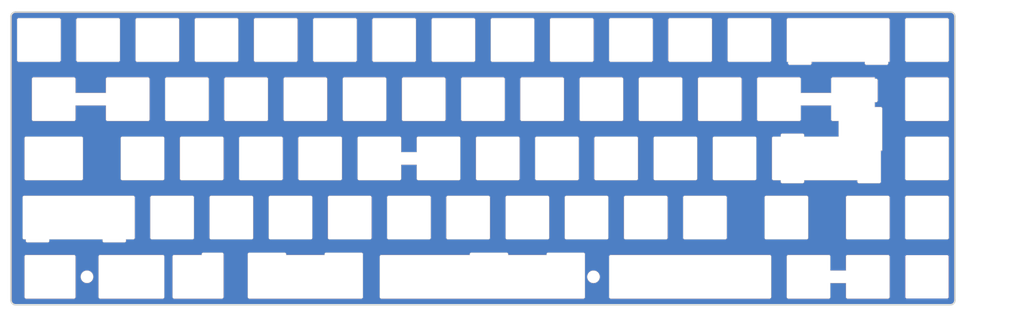
<source format=kicad_pcb>
(kicad_pcb (version 20171130) (host pcbnew "(5.1.2)-2")
  (layers (0 F.Cu signal) (31 B.Cu signal) (34 B.Paste user) (35 F.Paste user) (36 B.SilkS user) (37 F.SilkS user) (38 B.Mask user hide) (39 F.Mask user) (44 Edge.Cuts user))
  (net 0 "")
  (module PCB:sanpjxlogo (layer F.Cu) (at -96.977781 -25.868224)
    (fp_text reference LOGO1 hide)
    (fp_text value Logo_Open_Hardware_Large hide)
  )
  (gr_line (start 161.481218 18.731776) (end 161.481218 5.731776) (layer Edge.Cuts) (width 0.000001))
  (gr_arc (start 174.981218 18.731776) (end 174.981218 19.231775) (angle -90) (layer Edge.Cuts) (width 0.000001))
  (gr_arc (start 161.981218 18.731776) (end 161.481218 18.731776) (angle -90) (layer Edge.Cuts) (width 0.000001))
  (gr_line (start 174.981218 19.231775) (end 161.981218 19.231775) (layer Edge.Cuts) (width 0.000001))
  (gr_line (start 161.981218 5.231776) (end 174.981218 5.231776) (layer Edge.Cuts) (width 0.000001))
  (gr_line (start 175.481218 5.731776) (end 175.481218 18.731776) (layer Edge.Cuts) (width 0.000001))
  (gr_arc (start 161.981218 5.731776) (end 161.981218 5.231776) (angle -90) (layer Edge.Cuts) (width 0.000001))
  (gr_arc (start 174.981218 5.731776) (end 175.481218 5.731776) (angle -90) (layer Edge.Cuts) (width 0.000001))
  (gr_arc (start 161.981218 -13.318224) (end 161.981218 -13.818224) (angle -90) (layer Edge.Cuts) (width 0.1))
  (gr_arc (start 174.981218 -13.318224) (end 175.481218 -13.318224) (angle -90) (layer Edge.Cuts) (width 0.1))
  (gr_arc (start 161.981218 -0.318224) (end 161.481218 -0.318224) (angle -90) (layer Edge.Cuts) (width 0.1))
  (gr_line (start 161.981218 -13.818224) (end 174.981218 -13.818224) (layer Edge.Cuts) (width 0.1))
  (gr_arc (start 174.981218 -0.318224) (end 174.981218 0.181775) (angle -90) (layer Edge.Cuts) (width 0.1))
  (gr_line (start 175.481218 -13.318224) (end 175.481218 -0.318224) (layer Edge.Cuts) (width 0.1))
  (gr_line (start 161.481218 -0.318224) (end 161.481218 -13.318224) (layer Edge.Cuts) (width 0.1))
  (gr_line (start 174.981218 0.181775) (end 161.981218 0.181775) (layer Edge.Cuts) (width 0.1))
  (gr_arc (start -124.768781 19.731775) (end -126.268781 19.731775) (angle -90) (layer Edge.Cuts) (width 0.5))
  (gr_line (start 175.981218 21.231775) (end -124.768781 21.231775) (layer Edge.Cuts) (width 0.5))
  (gr_arc (start 175.981218 19.731775) (end 175.981218 21.231775) (angle -90) (layer Edge.Cuts) (width 0.5))
  (gr_line (start 177.481218 -71.468224) (end 177.481218 19.731775) (layer Edge.Cuts) (width 0.5))
  (gr_arc (start 175.981218 -71.468224) (end 177.481218 -71.468224) (angle -90) (layer Edge.Cuts) (width 0.5))
  (gr_line (start -124.768781 -72.968224) (end 175.981218 -72.968224) (layer Edge.Cuts) (width 0.5))
  (gr_arc (start -124.768781 -71.468224) (end -124.768781 -72.968224) (angle -90) (layer Edge.Cuts) (width 0.5))
  (gr_line (start -126.268781 19.731775) (end -126.268781 -71.468224) (layer Edge.Cuts) (width 0.5))
  (gr_circle (center 61.178218 12.231775) (end 63.178218 12.231775) (layer Edge.Cuts) (width 0.1))
  (gr_line (start -72.668781 -56.968224) (end -85.668781 -56.968224) (layer Edge.Cuts) (width 0.1))
  (gr_arc (start -72.668781 -57.468224) (end -72.668781 -56.968224) (angle -90) (layer Edge.Cuts) (width 0.1))
  (gr_line (start -72.168781 -70.468224) (end -72.168781 -57.468224) (layer Edge.Cuts) (width 0.1))
  (gr_arc (start -72.668781 -70.468224) (end -72.168781 -70.468224) (angle -90) (layer Edge.Cuts) (width 0.1))
  (gr_line (start -85.668781 -70.968224) (end -72.668781 -70.968224) (layer Edge.Cuts) (width 0.1))
  (gr_arc (start -85.668781 -70.468224) (end -85.668781 -70.968224) (angle -90) (layer Edge.Cuts) (width 0.1))
  (gr_line (start -86.168781 -57.468224) (end -86.168781 -70.468224) (layer Edge.Cuts) (width 0.1))
  (gr_arc (start -85.668781 -57.468224) (end -86.168781 -57.468224) (angle -90) (layer Edge.Cuts) (width 0.1))
  (gr_arc (start -47.568781 -57.468224) (end -48.068781 -57.468224) (angle -90) (layer Edge.Cuts) (width 0.1))
  (gr_line (start -48.068781 -70.468224) (end -48.068781 -57.468224) (layer Edge.Cuts) (width 0.1))
  (gr_arc (start -47.568781 -70.468224) (end -47.568781 -70.968224) (angle -90) (layer Edge.Cuts) (width 0.1))
  (gr_line (start -34.568781 -70.968224) (end -47.568781 -70.968224) (layer Edge.Cuts) (width 0.1))
  (gr_arc (start -34.568781 -70.468224) (end -34.068781 -70.468224) (angle -90) (layer Edge.Cuts) (width 0.1))
  (gr_line (start -34.068781 -57.468224) (end -34.068781 -70.468224) (layer Edge.Cuts) (width 0.1))
  (gr_arc (start -34.568781 -57.468224) (end -34.568781 -56.968224) (angle -90) (layer Edge.Cuts) (width 0.1))
  (gr_line (start -47.568781 -56.968224) (end -34.568781 -56.968224) (layer Edge.Cuts) (width 0.1))
  (gr_line (start 41.631218 -56.968224) (end 28.631218 -56.968224) (layer Edge.Cuts) (width 0.1))
  (gr_arc (start 41.631218 -57.468224) (end 41.631218 -56.968224) (angle -90) (layer Edge.Cuts) (width 0.1))
  (gr_line (start 42.131218 -70.468224) (end 42.131218 -57.468224) (layer Edge.Cuts) (width 0.1))
  (gr_arc (start 41.631218 -70.468224) (end 42.131218 -70.468224) (angle -90) (layer Edge.Cuts) (width 0.1))
  (gr_line (start 28.631218 -70.968224) (end 41.631218 -70.968224) (layer Edge.Cuts) (width 0.1))
  (gr_arc (start 28.631218 -70.468224) (end 28.631218 -70.968224) (angle -90) (layer Edge.Cuts) (width 0.1))
  (gr_line (start 28.131218 -57.468224) (end 28.131218 -70.468224) (layer Edge.Cuts) (width 0.1))
  (gr_arc (start 28.631218 -57.468224) (end 28.131218 -57.468224) (angle -90) (layer Edge.Cuts) (width 0.1))
  (gr_arc (start -66.618781 -70.468224) (end -66.618781 -70.968224) (angle -90) (layer Edge.Cuts) (width 0.1))
  (gr_line (start -53.618781 -70.968224) (end -66.618781 -70.968224) (layer Edge.Cuts) (width 0.1))
  (gr_arc (start -53.618781 -70.468224) (end -53.118781 -70.468224) (angle -90) (layer Edge.Cuts) (width 0.1))
  (gr_line (start -53.118781 -57.468224) (end -53.118781 -70.468224) (layer Edge.Cuts) (width 0.1))
  (gr_arc (start -53.618781 -57.468224) (end -53.618781 -56.968224) (angle -90) (layer Edge.Cuts) (width 0.1))
  (gr_line (start -66.618781 -56.968224) (end -53.618781 -56.968224) (layer Edge.Cuts) (width 0.1))
  (gr_arc (start -66.618781 -57.468224) (end -67.118781 -57.468224) (angle -90) (layer Edge.Cuts) (width 0.1))
  (gr_line (start -67.118781 -70.468224) (end -67.118781 -57.468224) (layer Edge.Cuts) (width 0.1))
  (gr_line (start -44.093781 -37.918224) (end -57.093781 -37.918224) (layer Edge.Cuts) (width 0.1))
  (gr_arc (start -44.093781 -38.418224) (end -44.093781 -37.918224) (angle -90) (layer Edge.Cuts) (width 0.1))
  (gr_line (start -43.593781 -51.418224) (end -43.593781 -38.418224) (layer Edge.Cuts) (width 0.1))
  (gr_arc (start -44.093781 -51.418224) (end -43.593781 -51.418224) (angle -90) (layer Edge.Cuts) (width 0.1))
  (gr_line (start -57.093781 -51.918224) (end -44.093781 -51.918224) (layer Edge.Cuts) (width 0.1))
  (gr_arc (start -57.093781 -51.418224) (end -57.093781 -51.918224) (angle -90) (layer Edge.Cuts) (width 0.1))
  (gr_line (start -57.593781 -38.418224) (end -57.593781 -51.418224) (layer Edge.Cuts) (width 0.1))
  (gr_arc (start -57.093781 -38.418224) (end -57.593781 -38.418224) (angle -90) (layer Edge.Cuts) (width 0.1))
  (gr_arc (start 66.731218 -57.468224) (end 66.231218 -57.468224) (angle -90) (layer Edge.Cuts) (width 0.1))
  (gr_line (start 66.231218 -70.468224) (end 66.231218 -57.468224) (layer Edge.Cuts) (width 0.1))
  (gr_arc (start 66.731218 -70.468224) (end 66.731218 -70.968224) (angle -90) (layer Edge.Cuts) (width 0.1))
  (gr_line (start 79.731218 -70.968224) (end 66.731218 -70.968224) (layer Edge.Cuts) (width 0.1))
  (gr_arc (start 79.731218 -70.468224) (end 80.231218 -70.468224) (angle -90) (layer Edge.Cuts) (width 0.1))
  (gr_line (start 80.231218 -57.468224) (end 80.231218 -70.468224) (layer Edge.Cuts) (width 0.1))
  (gr_arc (start 79.731218 -57.468224) (end 79.731218 -56.968224) (angle -90) (layer Edge.Cuts) (width 0.1))
  (gr_line (start 66.731218 -56.968224) (end 79.731218 -56.968224) (layer Edge.Cuts) (width 0.1))
  (gr_arc (start 89.256218 -38.418224) (end 89.256218 -37.918224) (angle -90) (layer Edge.Cuts) (width 0.1))
  (gr_line (start 76.256218 -37.918224) (end 89.256218 -37.918224) (layer Edge.Cuts) (width 0.1))
  (gr_arc (start 76.256218 -38.418224) (end 75.756218 -38.418224) (angle -90) (layer Edge.Cuts) (width 0.1))
  (gr_line (start 75.756218 -51.418224) (end 75.756218 -38.418224) (layer Edge.Cuts) (width 0.1))
  (gr_arc (start 76.256218 -51.418224) (end 76.256218 -51.918224) (angle -90) (layer Edge.Cuts) (width 0.1))
  (gr_line (start 89.256218 -51.918224) (end 76.256218 -51.918224) (layer Edge.Cuts) (width 0.1))
  (gr_arc (start 89.256218 -51.418224) (end 89.756218 -51.418224) (angle -90) (layer Edge.Cuts) (width 0.1))
  (gr_line (start 89.756218 -38.418224) (end 89.756218 -51.418224) (layer Edge.Cuts) (width 0.1))
  (gr_arc (start 8.293218 -13.318224) (end 8.793218 -13.318224) (angle -90) (layer Edge.Cuts) (width 0.1))
  (gr_line (start 8.793218 -0.318224) (end 8.793218 -13.318224) (layer Edge.Cuts) (width 0.1))
  (gr_arc (start 8.293218 -0.318224) (end 8.293218 0.181775) (angle -90) (layer Edge.Cuts) (width 0.1))
  (gr_line (start -4.706781 0.181775) (end 8.293218 0.181775) (layer Edge.Cuts) (width 0.1))
  (gr_arc (start -4.706781 -0.318224) (end -5.206781 -0.318224) (angle -90) (layer Edge.Cuts) (width 0.1))
  (gr_line (start -5.206781 -13.318224) (end -5.206781 -0.318224) (layer Edge.Cuts) (width 0.1))
  (gr_arc (start -4.706781 -13.318224) (end -4.706781 -13.818224) (angle -90) (layer Edge.Cuts) (width 0.1))
  (gr_line (start 8.293218 -13.818224) (end -4.706781 -13.818224) (layer Edge.Cuts) (width 0.1))
  (gr_line (start -38.043781 -51.918224) (end -25.043781 -51.918224) (layer Edge.Cuts) (width 0.1))
  (gr_arc (start -38.043781 -51.418224) (end -38.043781 -51.918224) (angle -90) (layer Edge.Cuts) (width 0.1))
  (gr_line (start -38.543781 -38.418224) (end -38.543781 -51.418224) (layer Edge.Cuts) (width 0.1))
  (gr_arc (start -38.043781 -38.418224) (end -38.543781 -38.418224) (angle -90) (layer Edge.Cuts) (width 0.1))
  (gr_line (start -25.043781 -37.918224) (end -38.043781 -37.918224) (layer Edge.Cuts) (width 0.1))
  (gr_arc (start -25.043781 -38.418224) (end -25.043781 -37.918224) (angle -90) (layer Edge.Cuts) (width 0.1))
  (gr_line (start -24.543781 -51.418224) (end -24.543781 -38.418224) (layer Edge.Cuts) (width 0.1))
  (gr_arc (start -25.043781 -51.418224) (end -24.543781 -51.418224) (angle -90) (layer Edge.Cuts) (width 0.1))
  (gr_arc (start 14.343218 -13.318224) (end 14.343218 -13.818224) (angle -90) (layer Edge.Cuts) (width 0.1))
  (gr_line (start 27.343218 -13.818224) (end 14.343218 -13.818224) (layer Edge.Cuts) (width 0.1))
  (gr_arc (start 27.343218 -13.318224) (end 27.843218 -13.318224) (angle -90) (layer Edge.Cuts) (width 0.1))
  (gr_line (start 27.843218 -0.318224) (end 27.843218 -13.318224) (layer Edge.Cuts) (width 0.1))
  (gr_arc (start 27.343218 -0.318224) (end 27.343218 0.181775) (angle -90) (layer Edge.Cuts) (width 0.1))
  (gr_line (start 14.343218 0.181775) (end 27.343218 0.181775) (layer Edge.Cuts) (width 0.1))
  (gr_arc (start 14.343218 -0.318224) (end 13.843218 -0.318224) (angle -90) (layer Edge.Cuts) (width 0.1))
  (gr_line (start 13.843218 -13.318224) (end 13.843218 -0.318224) (layer Edge.Cuts) (width 0.1))
  (gr_arc (start -28.518781 -57.468224) (end -29.018781 -57.468224) (angle -90) (layer Edge.Cuts) (width 0.1))
  (gr_line (start -29.018781 -70.468224) (end -29.018781 -57.468224) (layer Edge.Cuts) (width 0.1))
  (gr_arc (start -28.518781 -70.468224) (end -28.518781 -70.968224) (angle -90) (layer Edge.Cuts) (width 0.1))
  (gr_line (start -15.518781 -70.968224) (end -28.518781 -70.968224) (layer Edge.Cuts) (width 0.1))
  (gr_arc (start -15.518781 -70.468224) (end -15.018781 -70.468224) (angle -90) (layer Edge.Cuts) (width 0.1))
  (gr_line (start -15.018781 -57.468224) (end -15.018781 -70.468224) (layer Edge.Cuts) (width 0.1))
  (gr_arc (start -15.518781 -57.468224) (end -15.518781 -56.968224) (angle -90) (layer Edge.Cuts) (width 0.1))
  (gr_line (start -28.518781 -56.968224) (end -15.518781 -56.968224) (layer Edge.Cuts) (width 0.1))
  (gr_line (start 99.281218 -70.468224) (end 99.281218 -57.468224) (layer Edge.Cuts) (width 0.1))
  (gr_arc (start 98.781218 -70.468224) (end 99.281218 -70.468224) (angle -90) (layer Edge.Cuts) (width 0.1))
  (gr_line (start 85.781218 -70.968224) (end 98.781218 -70.968224) (layer Edge.Cuts) (width 0.1))
  (gr_arc (start 85.781218 -70.468224) (end 85.781218 -70.968224) (angle -90) (layer Edge.Cuts) (width 0.1))
  (gr_line (start 85.281218 -57.468224) (end 85.281218 -70.468224) (layer Edge.Cuts) (width 0.1))
  (gr_arc (start 85.781218 -57.468224) (end 85.281218 -57.468224) (angle -90) (layer Edge.Cuts) (width 0.1))
  (gr_line (start 98.781218 -56.968224) (end 85.781218 -56.968224) (layer Edge.Cuts) (width 0.1))
  (gr_arc (start 98.781218 -57.468224) (end 98.781218 -56.968224) (angle -90) (layer Edge.Cuts) (width 0.1))
  (gr_arc (start -76.143781 -51.418224) (end -76.143781 -51.918224) (angle -90) (layer Edge.Cuts) (width 0.1))
  (gr_line (start -63.143781 -51.918224) (end -76.143781 -51.918224) (layer Edge.Cuts) (width 0.1))
  (gr_arc (start -63.143781 -51.418224) (end -62.643781 -51.418224) (angle -90) (layer Edge.Cuts) (width 0.1))
  (gr_line (start -62.643781 -38.418224) (end -62.643781 -51.418224) (layer Edge.Cuts) (width 0.1))
  (gr_arc (start -63.143781 -38.418224) (end -63.143781 -37.918224) (angle -90) (layer Edge.Cuts) (width 0.1))
  (gr_line (start -76.143781 -37.918224) (end -63.143781 -37.918224) (layer Edge.Cuts) (width 0.1))
  (gr_arc (start -76.143781 -38.418224) (end -76.643781 -38.418224) (angle -90) (layer Edge.Cuts) (width 0.1))
  (gr_line (start -76.643781 -51.418224) (end -76.643781 -38.418224) (layer Edge.Cuts) (width 0.1))
  (gr_line (start -82.193781 -37.918224) (end -95.193781 -37.918224) (layer Edge.Cuts) (width 0.1))
  (gr_arc (start -82.193781 -38.418224) (end -82.193781 -37.918224) (angle -90) (layer Edge.Cuts) (width 0.1))
  (gr_line (start -81.693781 -51.418224) (end -81.693781 -38.418224) (layer Edge.Cuts) (width 0.1))
  (gr_arc (start -82.193781 -51.418224) (end -81.693781 -51.418224) (angle -90) (layer Edge.Cuts) (width 0.1))
  (gr_line (start -95.193781 -51.918224) (end -82.193781 -51.918224) (layer Edge.Cuts) (width 0.1))
  (gr_arc (start -95.193781 -51.418224) (end -95.193781 -51.918224) (angle -90) (layer Edge.Cuts) (width 0.1))
  (gr_line (start -95.693781 -46.918524) (end -95.693781 -51.418224) (layer Edge.Cuts) (width 0.1))
  (gr_line (start -105.506281 -46.918524) (end -95.693781 -46.918524) (layer Edge.Cuts) (width 0.1))
  (gr_line (start -105.506281 -51.418224) (end -105.506281 -46.918524) (layer Edge.Cuts) (width 0.1))
  (gr_arc (start -106.006281 -51.418224) (end -105.506281 -51.418224) (angle -90) (layer Edge.Cuts) (width 0.1))
  (gr_line (start -119.006281 -51.918224) (end -106.006281 -51.918224) (layer Edge.Cuts) (width 0.1))
  (gr_arc (start -119.006281 -51.418224) (end -119.006281 -51.918224) (angle -90) (layer Edge.Cuts) (width 0.1))
  (gr_line (start -119.506281 -38.418224) (end -119.506281 -51.418224) (layer Edge.Cuts) (width 0.1))
  (gr_arc (start -119.006281 -38.418224) (end -119.506281 -38.418224) (angle -90) (layer Edge.Cuts) (width 0.1))
  (gr_line (start -106.006281 -37.918224) (end -119.006281 -37.918224) (layer Edge.Cuts) (width 0.1))
  (gr_arc (start -106.006281 -38.418224) (end -106.006281 -37.918224) (angle -90) (layer Edge.Cuts) (width 0.1))
  (gr_line (start -105.506281 -42.918524) (end -105.506281 -38.418224) (layer Edge.Cuts) (width 0.1))
  (gr_line (start -95.693781 -42.918524) (end -105.506281 -42.918524) (layer Edge.Cuts) (width 0.1))
  (gr_line (start -95.693781 -38.418224) (end -95.693781 -42.918524) (layer Edge.Cuts) (width 0.1))
  (gr_arc (start -95.193781 -38.418224) (end -95.693781 -38.418224) (angle -90) (layer Edge.Cuts) (width 0.1))
  (gr_arc (start 65.443218 -0.318224) (end 65.443218 0.181775) (angle -90) (layer Edge.Cuts) (width 0.1))
  (gr_line (start 52.443218 0.181775) (end 65.443218 0.181775) (layer Edge.Cuts) (width 0.1))
  (gr_arc (start 52.443218 -0.318224) (end 51.943218 -0.318224) (angle -90) (layer Edge.Cuts) (width 0.1))
  (gr_line (start 51.943218 -13.318224) (end 51.943218 -0.318224) (layer Edge.Cuts) (width 0.1))
  (gr_arc (start 52.443218 -13.318224) (end 52.443218 -13.818224) (angle -90) (layer Edge.Cuts) (width 0.1))
  (gr_line (start 65.443218 -13.818224) (end 52.443218 -13.818224) (layer Edge.Cuts) (width 0.1))
  (gr_arc (start 65.443218 -13.318224) (end 65.943218 -13.318224) (angle -90) (layer Edge.Cuts) (width 0.1))
  (gr_line (start 65.943218 -0.318224) (end 65.943218 -13.318224) (layer Edge.Cuts) (width 0.1))
  (gr_line (start -105.218781 -57.468224) (end -105.218781 -70.468224) (layer Edge.Cuts) (width 0.1))
  (gr_arc (start -104.718781 -57.468224) (end -105.218781 -57.468224) (angle -90) (layer Edge.Cuts) (width 0.1))
  (gr_line (start -91.718781 -56.968224) (end -104.718781 -56.968224) (layer Edge.Cuts) (width 0.1))
  (gr_arc (start -91.718781 -57.468224) (end -91.718781 -56.968224) (angle -90) (layer Edge.Cuts) (width 0.1))
  (gr_line (start -91.218781 -70.468224) (end -91.218781 -57.468224) (layer Edge.Cuts) (width 0.1))
  (gr_arc (start -91.718781 -70.468224) (end -91.218781 -70.468224) (angle -90) (layer Edge.Cuts) (width 0.1))
  (gr_line (start -104.718781 -70.968224) (end -91.718781 -70.968224) (layer Edge.Cuts) (width 0.1))
  (gr_arc (start -104.718781 -70.468224) (end -104.718781 -70.968224) (angle -90) (layer Edge.Cuts) (width 0.1))
  (gr_line (start 103.543218 0.181775) (end 90.543218 0.181775) (layer Edge.Cuts) (width 0.1))
  (gr_arc (start 103.543218 -0.318224) (end 103.543218 0.181775) (angle -90) (layer Edge.Cuts) (width 0.1))
  (gr_line (start 104.043218 -13.318224) (end 104.043218 -0.318224) (layer Edge.Cuts) (width 0.1))
  (gr_arc (start 103.543218 -13.318224) (end 104.043218 -13.318224) (angle -90) (layer Edge.Cuts) (width 0.1))
  (gr_line (start 90.543218 -13.818224) (end 103.543218 -13.818224) (layer Edge.Cuts) (width 0.1))
  (gr_arc (start 90.543218 -13.318224) (end 90.543218 -13.818224) (angle -90) (layer Edge.Cuts) (width 0.1))
  (gr_line (start 90.043218 -0.318224) (end 90.043218 -13.318224) (layer Edge.Cuts) (width 0.1))
  (gr_arc (start 90.543218 -0.318224) (end 90.043218 -0.318224) (angle -90) (layer Edge.Cuts) (width 0.1))
  (gr_line (start 84.993218 -13.318224) (end 84.993218 -0.318224) (layer Edge.Cuts) (width 0.1))
  (gr_arc (start 84.493218 -13.318224) (end 84.993218 -13.318224) (angle -90) (layer Edge.Cuts) (width 0.1))
  (gr_line (start 71.493218 -13.818224) (end 84.493218 -13.818224) (layer Edge.Cuts) (width 0.1))
  (gr_arc (start 71.493218 -13.318224) (end 71.493218 -13.818224) (angle -90) (layer Edge.Cuts) (width 0.1))
  (gr_line (start 70.993218 -0.318224) (end 70.993218 -13.318224) (layer Edge.Cuts) (width 0.1))
  (gr_arc (start 71.493218 -0.318224) (end 70.993218 -0.318224) (angle -90) (layer Edge.Cuts) (width 0.1))
  (gr_line (start 84.493218 0.181775) (end 71.493218 0.181775) (layer Edge.Cuts) (width 0.1))
  (gr_arc (start 84.493218 -0.318224) (end 84.493218 0.181775) (angle -90) (layer Edge.Cuts) (width 0.1))
  (gr_line (start -105.505781 5.731775) (end -105.505781 18.731775) (layer Edge.Cuts) (width 0.1))
  (gr_arc (start -106.005781 5.731775) (end -105.505781 5.731775) (angle -90) (layer Edge.Cuts) (width 0.1))
  (gr_line (start -121.387781 5.231775) (end -106.005781 5.231775) (layer Edge.Cuts) (width 0.1))
  (gr_arc (start -121.387781 5.731775) (end -121.387781 5.231775) (angle -90) (layer Edge.Cuts) (width 0.1))
  (gr_line (start -121.887781 18.731775) (end -121.887781 5.731775) (layer Edge.Cuts) (width 0.1))
  (gr_arc (start -121.387781 18.731775) (end -121.887781 18.731775) (angle -90) (layer Edge.Cuts) (width 0.1))
  (gr_line (start -106.005781 19.231775) (end -121.387781 19.231775) (layer Edge.Cuts) (width 0.1))
  (gr_arc (start -106.005781 18.731775) (end -106.005781 19.231775) (angle -90) (layer Edge.Cuts) (width 0.1))
  (gr_circle (center -101.802181 12.221775) (end -99.802181 12.221775) (layer Edge.Cuts) (width 0.1))
  (gr_line (start -103.124981 -32.368216) (end -103.124981 -19.368216) (layer Edge.Cuts) (width 0.1))
  (gr_arc (start -103.624981 -32.368216) (end -103.124981 -32.368216) (angle -90.00091612) (layer Edge.Cuts) (width 0.1))
  (gr_line (start -121.387589 -32.867932) (end -103.624989 -32.868216) (layer Edge.Cuts) (width 0.1))
  (gr_arc (start -121.387581 -32.367932) (end -121.387589 -32.867932) (angle -89.99908388) (layer Edge.Cuts) (width 0.1))
  (gr_line (start -121.887581 -19.367932) (end -121.887581 -32.367932) (layer Edge.Cuts) (width 0.1))
  (gr_arc (start -121.387581 -19.367932) (end -121.887581 -19.367932) (angle -90.00091612) (layer Edge.Cuts) (width 0.1))
  (gr_line (start -103.624973 -18.868216) (end -121.387573 -18.867932) (layer Edge.Cuts) (width 0.1))
  (gr_arc (start -103.624981 -19.368216) (end -103.624973 -18.868216) (angle -89.99908388) (layer Edge.Cuts) (width 0.1))
  (gr_line (start -76.930781 5.731775) (end -76.930781 18.731775) (layer Edge.Cuts) (width 0.1))
  (gr_arc (start -77.430781 5.731775) (end -76.930781 5.731775) (angle -90) (layer Edge.Cuts) (width 0.1))
  (gr_line (start -97.574781 5.231775) (end -77.430781 5.231775) (layer Edge.Cuts) (width 0.1))
  (gr_arc (start -97.574781 5.731775) (end -97.574781 5.231775) (angle -90) (layer Edge.Cuts) (width 0.1))
  (gr_line (start -98.074781 18.731775) (end -98.074781 5.731775) (layer Edge.Cuts) (width 0.1))
  (gr_arc (start -97.574781 18.731775) (end -98.074781 18.731775) (angle -90) (layer Edge.Cuts) (width 0.1))
  (gr_line (start -77.430781 19.231775) (end -97.574781 19.231775) (layer Edge.Cuts) (width 0.1))
  (gr_arc (start -77.430781 18.731775) (end -77.430781 19.231775) (angle -90) (layer Edge.Cuts) (width 0.1))
  (gr_line (start -122.006781 -13.818224) (end -86.956781 -13.818224) (layer Edge.Cuts) (width 0.1))
  (gr_arc (start -122.006781 -13.318224) (end -122.006781 -13.818224) (angle -90) (layer Edge.Cuts) (width 0.1))
  (gr_line (start -122.506781 -0.318224) (end -122.506781 -13.318224) (layer Edge.Cuts) (width 0.1))
  (gr_arc (start -122.006781 -0.318224) (end -122.506781 -0.318224) (angle -90) (layer Edge.Cuts) (width 0.1))
  (gr_line (start -121.462781 0.181775) (end -122.006781 0.181775) (layer Edge.Cuts) (width 0.1))
  (gr_line (start -121.462781 0.651775) (end -121.462781 0.181775) (layer Edge.Cuts) (width 0.1))
  (gr_arc (start -120.962781 0.651775) (end -121.462781 0.651775) (angle -90) (layer Edge.Cuts) (width 0.1))
  (gr_line (start -114.437781 1.151775) (end -120.962781 1.151775) (layer Edge.Cuts) (width 0.1))
  (gr_arc (start -114.437781 0.651775) (end -114.437781 1.151775) (angle -90) (layer Edge.Cuts) (width 0.1))
  (gr_line (start -113.937781 0.181775) (end -113.937781 0.651775) (layer Edge.Cuts) (width 0.1))
  (gr_line (start -96.787781 0.181775) (end -113.937781 0.181775) (layer Edge.Cuts) (width 0.1))
  (gr_line (start -96.787781 0.651775) (end -96.787781 0.181775) (layer Edge.Cuts) (width 0.1))
  (gr_arc (start -96.287781 0.651775) (end -96.787781 0.651775) (angle -90) (layer Edge.Cuts) (width 0.1))
  (gr_line (start -89.762781 1.151775) (end -96.287781 1.151775) (layer Edge.Cuts) (width 0.1))
  (gr_arc (start -89.762781 0.651775) (end -89.762781 1.151775) (angle -90) (layer Edge.Cuts) (width 0.1))
  (gr_line (start -89.262781 0.181775) (end -89.262781 0.651775) (layer Edge.Cuts) (width 0.1))
  (gr_line (start -86.956781 0.181775) (end -89.262781 0.181775) (layer Edge.Cuts) (width 0.1))
  (gr_arc (start -86.956781 -0.318224) (end -86.956781 0.181775) (angle -90) (layer Edge.Cuts) (width 0.1))
  (gr_line (start -86.456781 -13.318224) (end -86.456781 -0.318224) (layer Edge.Cuts) (width 0.1))
  (gr_arc (start -86.956781 -13.318224) (end -86.456781 -13.318224) (angle -90) (layer Edge.Cuts) (width 0.1))
  (gr_line (start 104.831218 -70.968224) (end 117.831218 -70.968224) (layer Edge.Cuts) (width 0.1))
  (gr_arc (start 104.831218 -70.468224) (end 104.831218 -70.968224) (angle -90) (layer Edge.Cuts) (width 0.1))
  (gr_line (start 104.331218 -57.468224) (end 104.331218 -70.468224) (layer Edge.Cuts) (width 0.1))
  (gr_arc (start 104.831218 -57.468224) (end 104.331218 -57.468224) (angle -90) (layer Edge.Cuts) (width 0.1))
  (gr_line (start 117.831218 -56.968224) (end 104.831218 -56.968224) (layer Edge.Cuts) (width 0.1))
  (gr_arc (start 117.831218 -57.468224) (end 117.831218 -56.968224) (angle -90) (layer Edge.Cuts) (width 0.1))
  (gr_line (start 118.331218 -70.468224) (end 118.331218 -57.468224) (layer Edge.Cuts) (width 0.1))
  (gr_arc (start 117.831218 -70.468224) (end 118.331218 -70.468224) (angle -90) (layer Edge.Cuts) (width 0.1))
  (gr_arc (start -77.430781 -19.368224) (end -77.430781 -18.868224) (angle -90) (layer Edge.Cuts) (width 0.1))
  (gr_line (start -90.430781 -18.868224) (end -77.430781 -18.868224) (layer Edge.Cuts) (width 0.1))
  (gr_arc (start -90.430781 -19.368224) (end -90.930781 -19.368224) (angle -90) (layer Edge.Cuts) (width 0.1))
  (gr_line (start -90.930781 -32.368224) (end -90.930781 -19.368224) (layer Edge.Cuts) (width 0.1))
  (gr_arc (start -90.430781 -32.368224) (end -90.430781 -32.868224) (angle -90) (layer Edge.Cuts) (width 0.1))
  (gr_line (start -77.430781 -32.868224) (end -90.430781 -32.868224) (layer Edge.Cuts) (width 0.1))
  (gr_arc (start -77.430781 -32.368224) (end -76.930781 -32.368224) (angle -90) (layer Edge.Cuts) (width 0.1))
  (gr_line (start -76.930781 -19.368224) (end -76.930781 -32.368224) (layer Edge.Cuts) (width 0.1))
  (gr_arc (start -110.768781 -57.468224) (end -110.768781 -56.968224) (angle -90) (layer Edge.Cuts) (width 0.1))
  (gr_line (start -123.768781 -56.968224) (end -110.768781 -56.968224) (layer Edge.Cuts) (width 0.1))
  (gr_arc (start -123.768781 -57.468224) (end -124.268781 -57.468224) (angle -90) (layer Edge.Cuts) (width 0.1))
  (gr_line (start -124.268781 -70.468224) (end -124.268781 -57.468224) (layer Edge.Cuts) (width 0.1))
  (gr_arc (start -123.768781 -70.468224) (end -123.768781 -70.968224) (angle -90) (layer Edge.Cuts) (width 0.1))
  (gr_line (start -110.768781 -70.968224) (end -123.768781 -70.968224) (layer Edge.Cuts) (width 0.1))
  (gr_arc (start -110.768781 -70.468224) (end -110.268781 -70.468224) (angle -90) (layer Edge.Cuts) (width 0.1))
  (gr_line (start -110.268781 -57.468224) (end -110.268781 -70.468224) (layer Edge.Cuts) (width 0.1))
  (gr_arc (start 95.306218 -38.418224) (end 94.806218 -38.418224) (angle -90) (layer Edge.Cuts) (width 0.1))
  (gr_line (start 94.806218 -51.418224) (end 94.806218 -38.418224) (layer Edge.Cuts) (width 0.1))
  (gr_arc (start 95.306218 -51.418224) (end 95.306218 -51.918224) (angle -90) (layer Edge.Cuts) (width 0.1))
  (gr_line (start 108.306218 -51.918224) (end 95.306218 -51.918224) (layer Edge.Cuts) (width 0.1))
  (gr_arc (start 108.306218 -51.418224) (end 108.806218 -51.418224) (angle -90) (layer Edge.Cuts) (width 0.1))
  (gr_line (start 108.806218 -38.418224) (end 108.806218 -51.418224) (layer Edge.Cuts) (width 0.1))
  (gr_arc (start 108.306218 -38.418224) (end 108.306218 -37.918224) (angle -90) (layer Edge.Cuts) (width 0.1))
  (gr_line (start 95.306218 -37.918224) (end 108.306218 -37.918224) (layer Edge.Cuts) (width 0.1))
  (gr_line (start -24.256781 -0.318224) (end -24.256781 -13.318224) (layer Edge.Cuts) (width 0.1))
  (gr_arc (start -23.756781 -0.318224) (end -24.256781 -0.318224) (angle -90) (layer Edge.Cuts) (width 0.1))
  (gr_line (start -10.756781 0.181775) (end -23.756781 0.181775) (layer Edge.Cuts) (width 0.1))
  (gr_arc (start -10.756781 -0.318224) (end -10.756781 0.181775) (angle -90) (layer Edge.Cuts) (width 0.1))
  (gr_line (start -10.256781 -13.318224) (end -10.256781 -0.318224) (layer Edge.Cuts) (width 0.1))
  (gr_arc (start -10.756781 -13.318224) (end -10.256781 -13.318224) (angle -90) (layer Edge.Cuts) (width 0.1))
  (gr_line (start -23.756781 -13.818224) (end -10.756781 -13.818224) (layer Edge.Cuts) (width 0.1))
  (gr_arc (start -23.756781 -13.318224) (end -23.756781 -13.818224) (angle -90) (layer Edge.Cuts) (width 0.1))
  (gr_line (start 61.469218 -19.368224) (end 61.469218 -32.368224) (layer Edge.Cuts) (width 0.1))
  (gr_arc (start 61.969218 -19.368224) (end 61.469218 -19.368224) (angle -90) (layer Edge.Cuts) (width 0.1))
  (gr_line (start 74.969218 -18.868224) (end 61.969218 -18.868224) (layer Edge.Cuts) (width 0.1))
  (gr_arc (start 74.969218 -19.368224) (end 74.969218 -18.868224) (angle -90) (layer Edge.Cuts) (width 0.1))
  (gr_line (start 75.469218 -32.368224) (end 75.469218 -19.368224) (layer Edge.Cuts) (width 0.1))
  (gr_arc (start 74.969218 -32.368224) (end 75.469218 -32.368224) (angle -90) (layer Edge.Cuts) (width 0.1))
  (gr_line (start 61.969218 -32.868224) (end 74.969218 -32.868224) (layer Edge.Cuts) (width 0.1))
  (gr_arc (start 61.969218 -32.368224) (end 61.969218 -32.868224) (angle -90) (layer Edge.Cuts) (width 0.1))
  (gr_arc (start 60.681218 -57.468224) (end 60.681218 -56.968224) (angle -90) (layer Edge.Cuts) (width 0.1))
  (gr_line (start 47.681218 -56.968224) (end 60.681218 -56.968224) (layer Edge.Cuts) (width 0.1))
  (gr_arc (start 47.681218 -57.468224) (end 47.181218 -57.468224) (angle -90) (layer Edge.Cuts) (width 0.1))
  (gr_line (start 47.181218 -70.468224) (end 47.181218 -57.468224) (layer Edge.Cuts) (width 0.1))
  (gr_arc (start 47.681218 -70.468224) (end 47.681218 -70.968224) (angle -90) (layer Edge.Cuts) (width 0.1))
  (gr_line (start 60.681218 -70.968224) (end 47.681218 -70.968224) (layer Edge.Cuts) (width 0.1))
  (gr_arc (start 60.681218 -70.468224) (end 61.181218 -70.468224) (angle -90) (layer Edge.Cuts) (width 0.1))
  (gr_line (start 61.181218 -57.468224) (end 61.181218 -70.468224) (layer Edge.Cuts) (width 0.1))
  (gr_arc (start 57.206218 -51.418224) (end 57.206218 -51.918224) (angle -90) (layer Edge.Cuts) (width 0.1))
  (gr_line (start 70.206218 -51.918224) (end 57.206218 -51.918224) (layer Edge.Cuts) (width 0.1))
  (gr_arc (start 70.206218 -51.418224) (end 70.706218 -51.418224) (angle -90) (layer Edge.Cuts) (width 0.1))
  (gr_line (start 70.706218 -38.418224) (end 70.706218 -51.418224) (layer Edge.Cuts) (width 0.1))
  (gr_arc (start 70.206218 -38.418224) (end 70.206218 -37.918224) (angle -90) (layer Edge.Cuts) (width 0.1))
  (gr_line (start 57.206218 -37.918224) (end 70.206218 -37.918224) (layer Edge.Cuts) (width 0.1))
  (gr_arc (start 57.206218 -38.418224) (end 56.706218 -38.418224) (angle -90) (layer Edge.Cuts) (width 0.1))
  (gr_line (start 56.706218 -51.418224) (end 56.706218 -38.418224) (layer Edge.Cuts) (width 0.1))
  (gr_arc (start 33.393218 -0.318224) (end 32.893218 -0.318224) (angle -90) (layer Edge.Cuts) (width 0.1))
  (gr_line (start 32.893218 -13.318224) (end 32.893218 -0.318224) (layer Edge.Cuts) (width 0.1))
  (gr_arc (start 33.393218 -13.318224) (end 33.393218 -13.818224) (angle -90) (layer Edge.Cuts) (width 0.1))
  (gr_line (start 46.393218 -13.818224) (end 33.393218 -13.818224) (layer Edge.Cuts) (width 0.1))
  (gr_arc (start 46.393218 -13.318224) (end 46.893218 -13.318224) (angle -90) (layer Edge.Cuts) (width 0.1))
  (gr_line (start 46.893218 -0.318224) (end 46.893218 -13.318224) (layer Edge.Cuts) (width 0.1))
  (gr_arc (start 46.393218 -0.318224) (end 46.393218 0.181775) (angle -90) (layer Edge.Cuts) (width 0.1))
  (gr_line (start 33.393218 0.181775) (end 46.393218 0.181775) (layer Edge.Cuts) (width 0.1))
  (gr_line (start -18.993781 -51.918224) (end -5.993781 -51.918224) (layer Edge.Cuts) (width 0.1))
  (gr_arc (start -18.993781 -51.418224) (end -18.993781 -51.918224) (angle -90) (layer Edge.Cuts) (width 0.1))
  (gr_line (start -19.493781 -38.418224) (end -19.493781 -51.418224) (layer Edge.Cuts) (width 0.1))
  (gr_arc (start -18.993781 -38.418224) (end -19.493781 -38.418224) (angle -90) (layer Edge.Cuts) (width 0.1))
  (gr_line (start -5.993781 -37.918224) (end -18.993781 -37.918224) (layer Edge.Cuts) (width 0.1))
  (gr_arc (start -5.993781 -38.418224) (end -5.993781 -37.918224) (angle -90) (layer Edge.Cuts) (width 0.1))
  (gr_line (start -5.493781 -51.418224) (end -5.493781 -38.418224) (layer Edge.Cuts) (width 0.1))
  (gr_arc (start -5.993781 -51.418224) (end -5.493781 -51.418224) (angle -90) (layer Edge.Cuts) (width 0.1))
  (gr_line (start -9.968781 -57.468224) (end -9.968781 -70.468224) (layer Edge.Cuts) (width 0.1))
  (gr_arc (start -9.468781 -57.468224) (end -9.968781 -57.468224) (angle -90) (layer Edge.Cuts) (width 0.1))
  (gr_line (start 3.531218 -56.968224) (end -9.468781 -56.968224) (layer Edge.Cuts) (width 0.1))
  (gr_arc (start 3.531218 -57.468224) (end 3.531218 -56.968224) (angle -90) (layer Edge.Cuts) (width 0.1))
  (gr_line (start 4.031218 -70.468224) (end 4.031218 -57.468224) (layer Edge.Cuts) (width 0.1))
  (gr_arc (start 3.531218 -70.468224) (end 4.031218 -70.468224) (angle -90) (layer Edge.Cuts) (width 0.1))
  (gr_line (start -9.468781 -70.968224) (end 3.531218 -70.968224) (layer Edge.Cuts) (width 0.1))
  (gr_arc (start -9.468781 -70.468224) (end -9.468781 -70.968224) (angle -90) (layer Edge.Cuts) (width 0.1))
  (gr_arc (start 33.199218 4.969775) (end 33.699218 4.969775) (angle -90) (layer Edge.Cuts) (width 0.1))
  (gr_line (start 33.699218 5.231775) (end 33.699218 4.969775) (layer Edge.Cuts) (width 0.1))
  (gr_line (start 46.087218 5.231775) (end 33.699218 5.231775) (layer Edge.Cuts) (width 0.1))
  (gr_line (start 46.087218 4.969775) (end 46.087218 5.231775) (layer Edge.Cuts) (width 0.1))
  (gr_arc (start 46.587218 4.969775) (end 46.587218 4.469775) (angle -90) (layer Edge.Cuts) (width 0.1))
  (gr_line (start 57.899218 4.469775) (end 46.587218 4.469775) (layer Edge.Cuts) (width 0.1))
  (gr_arc (start 57.899218 4.969775) (end 58.399218 4.969775) (angle -90) (layer Edge.Cuts) (width 0.1))
  (gr_line (start 58.399218 18.731775) (end 58.399218 4.969775) (layer Edge.Cuts) (width 0.1))
  (gr_arc (start 57.899218 18.731775) (end 57.899218 19.231775) (angle -90) (layer Edge.Cuts) (width 0.1))
  (gr_line (start -7.087781 19.231775) (end 57.899218 19.231775) (layer Edge.Cuts) (width 0.1))
  (gr_arc (start -7.087781 18.731775) (end -7.587781 18.731775) (angle -90) (layer Edge.Cuts) (width 0.1))
  (gr_line (start -7.587781 5.731775) (end -7.587781 18.731775) (layer Edge.Cuts) (width 0.1))
  (gr_arc (start -7.087781 5.731775) (end -7.087781 5.231775) (angle -90) (layer Edge.Cuts) (width 0.1))
  (gr_line (start 21.387218 5.231775) (end -7.087781 5.231775) (layer Edge.Cuts) (width 0.1))
  (gr_line (start 21.387218 4.969775) (end 21.387218 5.231775) (layer Edge.Cuts) (width 0.1))
  (gr_arc (start 21.887218 4.969775) (end 21.887218 4.469775) (angle -90) (layer Edge.Cuts) (width 0.1))
  (gr_line (start 33.199218 4.469775) (end 21.887218 4.469775) (layer Edge.Cuts) (width 0.1))
  (gr_arc (start 9.581218 -70.468224) (end 9.581218 -70.968224) (angle -90) (layer Edge.Cuts) (width 0.1))
  (gr_line (start 22.581218 -70.968224) (end 9.581218 -70.968224) (layer Edge.Cuts) (width 0.1))
  (gr_arc (start 22.581218 -70.468224) (end 23.081218 -70.468224) (angle -90) (layer Edge.Cuts) (width 0.1))
  (gr_line (start 23.081218 -57.468224) (end 23.081218 -70.468224) (layer Edge.Cuts) (width 0.1))
  (gr_arc (start 22.581218 -57.468224) (end 22.581218 -56.968224) (angle -90) (layer Edge.Cuts) (width 0.1))
  (gr_line (start 9.581218 -56.968224) (end 22.581218 -56.968224) (layer Edge.Cuts) (width 0.1))
  (gr_arc (start 9.581218 -57.468224) (end 9.081218 -57.468224) (angle -90) (layer Edge.Cuts) (width 0.1))
  (gr_line (start 9.081218 -70.468224) (end 9.081218 -57.468224) (layer Edge.Cuts) (width 0.1))
  (gr_arc (start 17.819218 -19.368224) (end 17.819218 -18.868224) (angle -90) (layer Edge.Cuts) (width 0.1))
  (gr_line (start 4.819218 -18.868224) (end 17.819218 -18.868224) (layer Edge.Cuts) (width 0.1))
  (gr_arc (start 4.819218 -19.368224) (end 4.319218 -19.368224) (angle -90) (layer Edge.Cuts) (width 0.1))
  (gr_line (start 4.319218 -23.868224) (end 4.319218 -19.368224) (layer Edge.Cuts) (width 0.1))
  (gr_line (start -0.730781 -23.868224) (end 4.319218 -23.868224) (layer Edge.Cuts) (width 0.1))
  (gr_line (start -0.730781 -19.368224) (end -0.730781 -23.868224) (layer Edge.Cuts) (width 0.1))
  (gr_arc (start -1.230781 -19.368224) (end -1.230781 -18.868224) (angle -90) (layer Edge.Cuts) (width 0.1))
  (gr_line (start -14.230781 -18.868224) (end -1.230781 -18.868224) (layer Edge.Cuts) (width 0.1))
  (gr_arc (start -14.230781 -19.368224) (end -14.730781 -19.368224) (angle -90) (layer Edge.Cuts) (width 0.1))
  (gr_line (start -14.730781 -32.368224) (end -14.730781 -19.368224) (layer Edge.Cuts) (width 0.1))
  (gr_arc (start -14.230781 -32.368224) (end -14.230781 -32.868224) (angle -90) (layer Edge.Cuts) (width 0.1))
  (gr_line (start -1.230781 -32.868224) (end -14.230781 -32.868224) (layer Edge.Cuts) (width 0.1))
  (gr_arc (start -1.230781 -32.368224) (end -0.730781 -32.368224) (angle -90) (layer Edge.Cuts) (width 0.1))
  (gr_line (start -0.730781 -27.868224) (end -0.730781 -32.368224) (layer Edge.Cuts) (width 0.1))
  (gr_line (start 4.319218 -27.868224) (end -0.730781 -27.868224) (layer Edge.Cuts) (width 0.1))
  (gr_line (start 4.319218 -32.368224) (end 4.319218 -27.868224) (layer Edge.Cuts) (width 0.1))
  (gr_arc (start 4.819218 -32.368224) (end 4.819218 -32.868224) (angle -90) (layer Edge.Cuts) (width 0.1))
  (gr_line (start 17.819218 -32.868224) (end 4.819218 -32.868224) (layer Edge.Cuts) (width 0.1))
  (gr_arc (start 17.819218 -32.368224) (end 18.319218 -32.368224) (angle -90) (layer Edge.Cuts) (width 0.1))
  (gr_line (start 18.319218 -19.368224) (end 18.319218 -32.368224) (layer Edge.Cuts) (width 0.1))
  (gr_line (start -67.406781 -13.318224) (end -67.406781 -0.318224) (layer Edge.Cuts) (width 0.1))
  (gr_arc (start -67.906781 -13.318224) (end -67.406781 -13.318224) (angle -90) (layer Edge.Cuts) (width 0.1))
  (gr_line (start -80.906781 -13.818224) (end -67.906781 -13.818224) (layer Edge.Cuts) (width 0.1))
  (gr_arc (start -80.906781 -13.318224) (end -80.906781 -13.818224) (angle -90) (layer Edge.Cuts) (width 0.1))
  (gr_line (start -81.406781 -0.318224) (end -81.406781 -13.318224) (layer Edge.Cuts) (width 0.1))
  (gr_arc (start -80.906781 -0.318224) (end -81.406781 -0.318224) (angle -90) (layer Edge.Cuts) (width 0.1))
  (gr_line (start -67.906781 0.181775) (end -80.906781 0.181775) (layer Edge.Cuts) (width 0.1))
  (gr_arc (start -67.906781 -0.318224) (end -67.906781 0.181775) (angle -90) (layer Edge.Cuts) (width 0.1))
  (gr_line (start -25.349781 5.231775) (end -37.737781 5.231775) (layer Edge.Cuts) (width 0.1))
  (gr_line (start -25.349781 4.969775) (end -25.349781 5.231775) (layer Edge.Cuts) (width 0.1))
  (gr_arc (start -24.849781 4.969775) (end -24.849781 4.469775) (angle -90) (layer Edge.Cuts) (width 0.1))
  (gr_line (start -13.537781 4.469775) (end -24.849781 4.469775) (layer Edge.Cuts) (width 0.1))
  (gr_arc (start -13.537781 4.969775) (end -13.037781 4.969775) (angle -90) (layer Edge.Cuts) (width 0.1))
  (gr_line (start -13.037781 18.731775) (end -13.037781 4.969775) (layer Edge.Cuts) (width 0.1))
  (gr_arc (start -13.537781 18.731775) (end -13.537781 19.231775) (angle -90) (layer Edge.Cuts) (width 0.1))
  (gr_line (start -49.549781 19.231775) (end -13.537781 19.231775) (layer Edge.Cuts) (width 0.1))
  (gr_arc (start -49.549781 18.731775) (end -50.049781 18.731775) (angle -90) (layer Edge.Cuts) (width 0.1))
  (gr_line (start -50.049781 4.969775) (end -50.049781 18.731775) (layer Edge.Cuts) (width 0.1))
  (gr_arc (start -49.549781 4.969775) (end -49.549781 4.469775) (angle -90) (layer Edge.Cuts) (width 0.1))
  (gr_line (start -38.237781 4.469775) (end -49.549781 4.469775) (layer Edge.Cuts) (width 0.1))
  (gr_arc (start -38.237781 4.969775) (end -37.737781 4.969775) (angle -90) (layer Edge.Cuts) (width 0.1))
  (gr_line (start -37.737781 5.231775) (end -37.737781 4.969775) (layer Edge.Cuts) (width 0.1))
  (gr_line (start -64.863716 5.231775) (end -64.863716 4.969775) (layer Edge.Cuts) (width 0.1))
  (gr_line (start -73.762781 5.231775) (end -64.863716 5.231775) (layer Edge.Cuts) (width 0.1))
  (gr_arc (start -73.762781 5.731775) (end -73.762781 5.231775) (angle -90) (layer Edge.Cuts) (width 0.1))
  (gr_line (start -74.262781 18.731775) (end -74.262781 5.731775) (layer Edge.Cuts) (width 0.1))
  (gr_arc (start -73.762781 18.731775) (end -74.262781 18.731775) (angle -90) (layer Edge.Cuts) (width 0.1))
  (gr_line (start -58.380781 19.231775) (end -73.762781 19.231775) (layer Edge.Cuts) (width 0.1))
  (gr_arc (start -58.380781 18.731775) (end -58.380781 19.231775) (angle -90) (layer Edge.Cuts) (width 0.1))
  (gr_line (start -57.880781 4.969775) (end -57.880781 18.731775) (layer Edge.Cuts) (width 0.1))
  (gr_arc (start -58.380781 4.969775) (end -57.880781 4.969775) (angle -90) (layer Edge.Cuts) (width 0.1))
  (gr_line (start -64.363716 4.469775) (end -58.380781 4.469775) (layer Edge.Cuts) (width 0.1))
  (gr_arc (start -64.363716 4.969775) (end -64.363716 4.469775) (angle -90) (layer Edge.Cuts) (width 0.1))
  (gr_line (start 42.419218 -19.368224) (end 42.419218 -32.368224) (layer Edge.Cuts) (width 0.1))
  (gr_arc (start 42.919218 -19.368224) (end 42.419218 -19.368224) (angle -90) (layer Edge.Cuts) (width 0.1))
  (gr_line (start 55.919218 -18.868224) (end 42.919218 -18.868224) (layer Edge.Cuts) (width 0.1))
  (gr_arc (start 55.919218 -19.368224) (end 55.919218 -18.868224) (angle -90) (layer Edge.Cuts) (width 0.1))
  (gr_line (start 56.419218 -32.368224) (end 56.419218 -19.368224) (layer Edge.Cuts) (width 0.1))
  (gr_arc (start 55.919218 -32.368224) (end 56.419218 -32.368224) (angle -90) (layer Edge.Cuts) (width 0.1))
  (gr_line (start 42.919218 -32.868224) (end 55.919218 -32.868224) (layer Edge.Cuts) (width 0.1))
  (gr_arc (start 42.919218 -32.368224) (end 42.919218 -32.868224) (angle -90) (layer Edge.Cuts) (width 0.1))
  (gr_arc (start -58.380781 -19.368224) (end -58.380781 -18.868224) (angle -90) (layer Edge.Cuts) (width 0.1))
  (gr_line (start -71.380781 -18.868224) (end -58.380781 -18.868224) (layer Edge.Cuts) (width 0.1))
  (gr_arc (start -71.380781 -19.368224) (end -71.880781 -19.368224) (angle -90) (layer Edge.Cuts) (width 0.1))
  (gr_line (start -71.880781 -32.368224) (end -71.880781 -19.368224) (layer Edge.Cuts) (width 0.1))
  (gr_arc (start -71.380781 -32.368224) (end -71.380781 -32.868224) (angle -90) (layer Edge.Cuts) (width 0.1))
  (gr_line (start -58.380781 -32.868224) (end -71.380781 -32.868224) (layer Edge.Cuts) (width 0.1))
  (gr_arc (start -58.380781 -32.368224) (end -57.880781 -32.368224) (angle -90) (layer Edge.Cuts) (width 0.1))
  (gr_line (start -57.880781 -19.368224) (end -57.880781 -32.368224) (layer Edge.Cuts) (width 0.1))
  (gr_line (start 37.656218 -38.418224) (end 37.656218 -51.418224) (layer Edge.Cuts) (width 0.1))
  (gr_arc (start 38.156218 -38.418224) (end 37.656218 -38.418224) (angle -90) (layer Edge.Cuts) (width 0.1))
  (gr_line (start 51.156218 -37.918224) (end 38.156218 -37.918224) (layer Edge.Cuts) (width 0.1))
  (gr_arc (start 51.156218 -38.418224) (end 51.156218 -37.918224) (angle -90) (layer Edge.Cuts) (width 0.1))
  (gr_line (start 51.656218 -51.418224) (end 51.656218 -38.418224) (layer Edge.Cuts) (width 0.1))
  (gr_arc (start 51.156218 -51.418224) (end 51.656218 -51.418224) (angle -90) (layer Edge.Cuts) (width 0.1))
  (gr_line (start 38.156218 -51.918224) (end 51.156218 -51.918224) (layer Edge.Cuts) (width 0.1))
  (gr_arc (start 38.156218 -51.418224) (end 38.156218 -51.918224) (angle -90) (layer Edge.Cuts) (width 0.1))
  (gr_line (start -20.280781 -18.868224) (end -33.280781 -18.868224) (layer Edge.Cuts) (width 0.1))
  (gr_arc (start -20.280781 -19.368224) (end -20.280781 -18.868224) (angle -90) (layer Edge.Cuts) (width 0.1))
  (gr_line (start -19.780781 -32.368224) (end -19.780781 -19.368224) (layer Edge.Cuts) (width 0.1))
  (gr_arc (start -20.280781 -32.368224) (end -19.780781 -32.368224) (angle -90) (layer Edge.Cuts) (width 0.1))
  (gr_line (start -33.280781 -32.868224) (end -20.280781 -32.868224) (layer Edge.Cuts) (width 0.1))
  (gr_arc (start -33.280781 -32.368224) (end -33.280781 -32.868224) (angle -90) (layer Edge.Cuts) (width 0.1))
  (gr_line (start -33.780781 -19.368224) (end -33.780781 -32.368224) (layer Edge.Cuts) (width 0.1))
  (gr_arc (start -33.280781 -19.368224) (end -33.780781 -19.368224) (angle -90) (layer Edge.Cuts) (width 0.1))
  (gr_arc (start 13.056218 -38.418224) (end 13.056218 -37.918224) (angle -90) (layer Edge.Cuts) (width 0.1))
  (gr_line (start 0.056218 -37.918224) (end 13.056218 -37.918224) (layer Edge.Cuts) (width 0.1))
  (gr_arc (start 0.056218 -38.418224) (end -0.443781 -38.418224) (angle -90) (layer Edge.Cuts) (width 0.1))
  (gr_line (start -0.443781 -51.418224) (end -0.443781 -38.418224) (layer Edge.Cuts) (width 0.1))
  (gr_arc (start 0.056218 -51.418224) (end 0.056218 -51.918224) (angle -90) (layer Edge.Cuts) (width 0.1))
  (gr_line (start 13.056218 -51.918224) (end 0.056218 -51.918224) (layer Edge.Cuts) (width 0.1))
  (gr_arc (start 13.056218 -51.418224) (end 13.556218 -51.418224) (angle -90) (layer Edge.Cuts) (width 0.1))
  (gr_line (start 13.556218 -38.418224) (end 13.556218 -51.418224) (layer Edge.Cuts) (width 0.1))
  (gr_line (start 23.869218 -32.868224) (end 36.869218 -32.868224) (layer Edge.Cuts) (width 0.1))
  (gr_arc (start 23.869218 -32.368224) (end 23.869218 -32.868224) (angle -90) (layer Edge.Cuts) (width 0.1))
  (gr_line (start 23.369218 -19.368224) (end 23.369218 -32.368224) (layer Edge.Cuts) (width 0.1))
  (gr_arc (start 23.869218 -19.368224) (end 23.369218 -19.368224) (angle -90) (layer Edge.Cuts) (width 0.1))
  (gr_line (start 36.869218 -18.868224) (end 23.869218 -18.868224) (layer Edge.Cuts) (width 0.1))
  (gr_arc (start 36.869218 -19.368224) (end 36.869218 -18.868224) (angle -90) (layer Edge.Cuts) (width 0.1))
  (gr_line (start 37.369218 -32.368224) (end 37.369218 -19.368224) (layer Edge.Cuts) (width 0.1))
  (gr_arc (start 36.869218 -32.368224) (end 37.369218 -32.368224) (angle -90) (layer Edge.Cuts) (width 0.1))
  (gr_line (start -29.806781 0.181775) (end -42.806781 0.181775) (layer Edge.Cuts) (width 0.1))
  (gr_arc (start -29.806781 -0.318224) (end -29.806781 0.181775) (angle -90) (layer Edge.Cuts) (width 0.1))
  (gr_line (start -29.306781 -13.318224) (end -29.306781 -0.318224) (layer Edge.Cuts) (width 0.1))
  (gr_arc (start -29.806781 -13.318224) (end -29.306781 -13.318224) (angle -90) (layer Edge.Cuts) (width 0.1))
  (gr_line (start -42.806781 -13.818224) (end -29.806781 -13.818224) (layer Edge.Cuts) (width 0.1))
  (gr_arc (start -42.806781 -13.318224) (end -42.806781 -13.818224) (angle -90) (layer Edge.Cuts) (width 0.1))
  (gr_line (start -43.306781 -0.318224) (end -43.306781 -13.318224) (layer Edge.Cuts) (width 0.1))
  (gr_arc (start -42.806781 -0.318224) (end -43.306781 -0.318224) (angle -90) (layer Edge.Cuts) (width 0.1))
  (gr_line (start -48.356781 -13.318224) (end -48.356781 -0.318224) (layer Edge.Cuts) (width 0.1))
  (gr_arc (start -48.856781 -13.318224) (end -48.356781 -13.318224) (angle -90) (layer Edge.Cuts) (width 0.1))
  (gr_line (start -61.856781 -13.818224) (end -48.856781 -13.818224) (layer Edge.Cuts) (width 0.1))
  (gr_arc (start -61.856781 -13.318224) (end -61.856781 -13.818224) (angle -90) (layer Edge.Cuts) (width 0.1))
  (gr_line (start -62.356781 -0.318224) (end -62.356781 -13.318224) (layer Edge.Cuts) (width 0.1))
  (gr_arc (start -61.856781 -0.318224) (end -62.356781 -0.318224) (angle -90) (layer Edge.Cuts) (width 0.1))
  (gr_line (start -48.856781 0.181775) (end -61.856781 0.181775) (layer Edge.Cuts) (width 0.1))
  (gr_arc (start -48.856781 -0.318224) (end -48.856781 0.181775) (angle -90) (layer Edge.Cuts) (width 0.1))
  (gr_arc (start 32.106218 -38.418224) (end 32.106218 -37.918224) (angle -90) (layer Edge.Cuts) (width 0.1))
  (gr_line (start 19.106218 -37.918224) (end 32.106218 -37.918224) (layer Edge.Cuts) (width 0.1))
  (gr_arc (start 19.106218 -38.418224) (end 18.606218 -38.418224) (angle -90) (layer Edge.Cuts) (width 0.1))
  (gr_line (start 18.606218 -51.418224) (end 18.606218 -38.418224) (layer Edge.Cuts) (width 0.1))
  (gr_arc (start 19.106218 -51.418224) (end 19.106218 -51.918224) (angle -90) (layer Edge.Cuts) (width 0.1))
  (gr_line (start 32.106218 -51.918224) (end 19.106218 -51.918224) (layer Edge.Cuts) (width 0.1))
  (gr_arc (start 32.106218 -51.418224) (end 32.606218 -51.418224) (angle -90) (layer Edge.Cuts) (width 0.1))
  (gr_line (start 32.606218 -38.418224) (end 32.606218 -51.418224) (layer Edge.Cuts) (width 0.1))
  (gr_arc (start -52.330781 -19.368224) (end -52.830781 -19.368224) (angle -90) (layer Edge.Cuts) (width 0.1))
  (gr_line (start -52.830781 -32.368224) (end -52.830781 -19.368224) (layer Edge.Cuts) (width 0.1))
  (gr_arc (start -52.330781 -32.368224) (end -52.330781 -32.868224) (angle -90) (layer Edge.Cuts) (width 0.1))
  (gr_line (start -39.330781 -32.868224) (end -52.330781 -32.868224) (layer Edge.Cuts) (width 0.1))
  (gr_arc (start -39.330781 -32.368224) (end -38.830781 -32.368224) (angle -90) (layer Edge.Cuts) (width 0.1))
  (gr_line (start -38.830781 -19.368224) (end -38.830781 -32.368224) (layer Edge.Cuts) (width 0.1))
  (gr_arc (start -39.330781 -19.368224) (end -39.330781 -18.868224) (angle -90) (layer Edge.Cuts) (width 0.1))
  (gr_line (start -52.330781 -18.868224) (end -39.330781 -18.868224) (layer Edge.Cuts) (width 0.1))
  (gr_arc (start 155.931218 -70.468224) (end 156.431218 -70.468224) (angle -90) (layer Edge.Cuts) (width 0.1))
  (gr_line (start 156.431218 -56.968224) (end 156.431218 -70.468224) (layer Edge.Cuts) (width 0.1))
  (gr_line (start 156.006218 -56.968224) (end 156.431218 -56.968224) (layer Edge.Cuts) (width 0.1))
  (gr_line (start 156.006218 -56.498224) (end 156.006218 -56.968224) (layer Edge.Cuts) (width 0.1))
  (gr_arc (start 155.506218 -56.498224) (end 155.506218 -55.998224) (angle -90) (layer Edge.Cuts) (width 0.1))
  (gr_line (start 148.981218 -55.998224) (end 155.506218 -55.998224) (layer Edge.Cuts) (width 0.1))
  (gr_arc (start 148.981218 -56.498224) (end 148.481218 -56.498224) (angle -90) (layer Edge.Cuts) (width 0.1))
  (gr_line (start 148.481218 -56.968224) (end 148.481218 -56.498224) (layer Edge.Cuts) (width 0.1))
  (gr_line (start 131.331218 -56.968224) (end 148.481218 -56.968224) (layer Edge.Cuts) (width 0.1))
  (gr_line (start 131.331218 -56.498224) (end 131.331218 -56.968224) (layer Edge.Cuts) (width 0.1))
  (gr_arc (start 130.831218 -56.498224) (end 130.831218 -55.998224) (angle -90) (layer Edge.Cuts) (width 0.1))
  (gr_line (start 124.306218 -55.998224) (end 130.831218 -55.998224) (layer Edge.Cuts) (width 0.1))
  (gr_arc (start 124.306218 -56.498224) (end 123.806218 -56.498224) (angle -90) (layer Edge.Cuts) (width 0.1))
  (gr_line (start 123.806218 -56.968224) (end 123.806218 -56.498224) (layer Edge.Cuts) (width 0.1))
  (gr_line (start 123.381218 -56.968224) (end 123.806218 -56.968224) (layer Edge.Cuts) (width 0.1))
  (gr_line (start 123.381218 -70.468224) (end 123.381218 -56.968224) (layer Edge.Cuts) (width 0.1))
  (gr_arc (start 123.881218 -70.468224) (end 123.881218 -70.968224) (angle -90) (layer Edge.Cuts) (width 0.1))
  (gr_line (start 155.931218 -70.968224) (end 123.881218 -70.968224) (layer Edge.Cuts) (width 0.1))
  (gr_arc (start 123.881218 18.731775) (end 123.381218 18.731775) (angle -90) (layer Edge.Cuts) (width 0.1))
  (gr_line (start 123.381218 5.731775) (end 123.381218 18.731775) (layer Edge.Cuts) (width 0.1))
  (gr_arc (start 123.881218 5.731775) (end 123.881218 5.231775) (angle -90) (layer Edge.Cuts) (width 0.1))
  (gr_line (start 136.881218 5.231775) (end 123.881218 5.231775) (layer Edge.Cuts) (width 0.1))
  (gr_arc (start 136.881218 5.731775) (end 137.381218 5.731775) (angle -90) (layer Edge.Cuts) (width 0.1))
  (gr_line (start 137.381218 10.231775) (end 137.381218 5.731775) (layer Edge.Cuts) (width 0.1))
  (gr_line (start 142.431218 10.231775) (end 137.381218 10.231775) (layer Edge.Cuts) (width 0.1))
  (gr_line (start 142.431218 5.731775) (end 142.431218 10.231775) (layer Edge.Cuts) (width 0.1))
  (gr_arc (start 142.931218 5.731775) (end 142.931218 5.231775) (angle -90) (layer Edge.Cuts) (width 0.1))
  (gr_line (start 155.931218 5.231775) (end 142.931218 5.231775) (layer Edge.Cuts) (width 0.1))
  (gr_arc (start 155.931218 5.731775) (end 156.431218 5.731775) (angle -90) (layer Edge.Cuts) (width 0.1))
  (gr_line (start 156.431218 18.731775) (end 156.431218 5.731775) (layer Edge.Cuts) (width 0.1))
  (gr_arc (start 155.931218 18.731775) (end 155.931218 19.231775) (angle -90) (layer Edge.Cuts) (width 0.1))
  (gr_line (start 142.931218 19.231775) (end 155.931218 19.231775) (layer Edge.Cuts) (width 0.1))
  (gr_arc (start 142.931218 18.731775) (end 142.431218 18.731775) (angle -90) (layer Edge.Cuts) (width 0.1))
  (gr_line (start 142.431218 14.231775) (end 142.431218 18.731775) (layer Edge.Cuts) (width 0.1))
  (gr_line (start 137.381218 14.231775) (end 142.431218 14.231775) (layer Edge.Cuts) (width 0.1))
  (gr_line (start 137.381218 18.731775) (end 137.381218 14.231775) (layer Edge.Cuts) (width 0.1))
  (gr_arc (start 136.881218 18.731775) (end 136.881218 19.231775) (angle -90) (layer Edge.Cuts) (width 0.1))
  (gr_line (start 123.881218 19.231775) (end 136.881218 19.231775) (layer Edge.Cuts) (width 0.1))
  (gr_line (start 156.431218 -13.318224) (end 156.431218 -0.318224) (layer Edge.Cuts) (width 0.1))
  (gr_arc (start 155.931218 -13.318224) (end 156.431218 -13.318224) (angle -90) (layer Edge.Cuts) (width 0.1))
  (gr_line (start 142.931218 -13.818224) (end 155.931218 -13.818224) (layer Edge.Cuts) (width 0.1))
  (gr_arc (start 142.931218 -13.318224) (end 142.931218 -13.818224) (angle -90) (layer Edge.Cuts) (width 0.1))
  (gr_line (start 142.431218 -0.318224) (end 142.431218 -13.318224) (layer Edge.Cuts) (width 0.1))
  (gr_arc (start 142.931218 -0.318224) (end 142.431218 -0.318224) (angle -90) (layer Edge.Cuts) (width 0.1))
  (gr_line (start 155.931218 0.181775) (end 142.931218 0.181775) (layer Edge.Cuts) (width 0.1))
  (gr_arc (start 155.931218 -0.318224) (end 155.931218 0.181775) (angle -90) (layer Edge.Cuts) (width 0.1))
  (gr_arc (start 117.831218 18.731775) (end 117.831218 19.231775) (angle -90) (layer Edge.Cuts) (width 0.1))
  (gr_line (start 66.731218 19.231775) (end 117.831218 19.231775) (layer Edge.Cuts) (width 0.1))
  (gr_arc (start 66.731218 18.731775) (end 66.231218 18.731775) (angle -90) (layer Edge.Cuts) (width 0.1))
  (gr_line (start 66.231218 5.731775) (end 66.231218 18.731775) (layer Edge.Cuts) (width 0.1))
  (gr_arc (start 66.731218 5.731775) (end 66.731218 5.231775) (angle -90) (layer Edge.Cuts) (width 0.1))
  (gr_line (start 117.831218 5.231775) (end 66.731218 5.231775) (layer Edge.Cuts) (width 0.1))
  (gr_arc (start 117.831218 5.731775) (end 118.331218 5.731775) (angle -90) (layer Edge.Cuts) (width 0.1))
  (gr_line (start 118.331218 18.731775) (end 118.331218 5.731775) (layer Edge.Cuts) (width 0.1))
  (gr_arc (start 174.981218 -57.468224) (end 174.981218 -56.968224) (angle -90) (layer Edge.Cuts) (width 0.1))
  (gr_line (start 161.981218 -56.968224) (end 174.981218 -56.968224) (layer Edge.Cuts) (width 0.1))
  (gr_arc (start 161.981218 -57.468224) (end 161.481218 -57.468224) (angle -90) (layer Edge.Cuts) (width 0.1))
  (gr_line (start 161.481218 -70.468224) (end 161.481218 -57.468224) (layer Edge.Cuts) (width 0.1))
  (gr_arc (start 161.981218 -70.468224) (end 161.981218 -70.968224) (angle -90) (layer Edge.Cuts) (width 0.1))
  (gr_line (start 174.981218 -70.968224) (end 161.981218 -70.968224) (layer Edge.Cuts) (width 0.1))
  (gr_arc (start 174.981218 -70.468224) (end 175.481218 -70.468224) (angle -90) (layer Edge.Cuts) (width 0.1))
  (gr_line (start 175.481218 -57.468224) (end 175.481218 -70.468224) (layer Edge.Cuts) (width 0.1))
  (gr_arc (start 94.019218 -19.368224) (end 94.019218 -18.868224) (angle -90) (layer Edge.Cuts) (width 0.1))
  (gr_line (start 81.019218 -18.868224) (end 94.019218 -18.868224) (layer Edge.Cuts) (width 0.1))
  (gr_arc (start 81.019218 -19.368224) (end 80.519218 -19.368224) (angle -90) (layer Edge.Cuts) (width 0.1))
  (gr_line (start 80.519218 -32.368224) (end 80.519218 -19.368224) (layer Edge.Cuts) (width 0.1))
  (gr_arc (start 81.019218 -32.368224) (end 81.019218 -32.868224) (angle -90) (layer Edge.Cuts) (width 0.1))
  (gr_line (start 94.019218 -32.868224) (end 81.019218 -32.868224) (layer Edge.Cuts) (width 0.1))
  (gr_arc (start 94.019218 -32.368224) (end 94.519218 -32.368224) (angle -90) (layer Edge.Cuts) (width 0.1))
  (gr_line (start 94.519218 -19.368224) (end 94.519218 -32.368224) (layer Edge.Cuts) (width 0.1))
  (gr_arc (start 174.981218 -32.368224) (end 175.481218 -32.368224) (angle -90) (layer Edge.Cuts) (width 0.1))
  (gr_line (start 175.481218 -19.368224) (end 175.481218 -32.368224) (layer Edge.Cuts) (width 0.1))
  (gr_arc (start 174.981218 -19.368224) (end 174.981218 -18.868224) (angle -90) (layer Edge.Cuts) (width 0.1))
  (gr_line (start 161.981218 -18.868224) (end 174.981218 -18.868224) (layer Edge.Cuts) (width 0.1))
  (gr_arc (start 161.981218 -19.368224) (end 161.481218 -19.368224) (angle -90) (layer Edge.Cuts) (width 0.1))
  (gr_line (start 161.481218 -32.368224) (end 161.481218 -19.368224) (layer Edge.Cuts) (width 0.1))
  (gr_arc (start 161.981218 -32.368224) (end 161.981218 -32.868224) (angle -90) (layer Edge.Cuts) (width 0.1))
  (gr_line (start 174.981218 -32.868224) (end 161.981218 -32.868224) (layer Edge.Cuts) (width 0.1))
  (gr_arc (start 174.981218 -38.418224) (end 174.981218 -37.918224) (angle -90) (layer Edge.Cuts) (width 0.1))
  (gr_line (start 161.981218 -37.918224) (end 174.981218 -37.918224) (layer Edge.Cuts) (width 0.1))
  (gr_arc (start 161.981218 -38.418224) (end 161.481218 -38.418224) (angle -90) (layer Edge.Cuts) (width 0.1))
  (gr_line (start 161.481218 -51.418224) (end 161.481218 -38.418224) (layer Edge.Cuts) (width 0.1))
  (gr_arc (start 161.981218 -51.418224) (end 161.981218 -51.918224) (angle -90) (layer Edge.Cuts) (width 0.1))
  (gr_line (start 174.981218 -51.918224) (end 161.981218 -51.918224) (layer Edge.Cuts) (width 0.1))
  (gr_arc (start 174.981218 -51.418224) (end 175.481218 -51.418224) (angle -90) (layer Edge.Cuts) (width 0.1))
  (gr_line (start 175.481218 -38.418224) (end 175.481218 -51.418224) (layer Edge.Cuts) (width 0.1))
  (gr_arc (start 100.069218 -19.368224) (end 99.569218 -19.368224) (angle -90) (layer Edge.Cuts) (width 0.1))
  (gr_line (start 99.569218 -32.368224) (end 99.569218 -19.368224) (layer Edge.Cuts) (width 0.1))
  (gr_arc (start 100.069218 -32.368224) (end 100.069218 -32.868224) (angle -90) (layer Edge.Cuts) (width 0.1))
  (gr_line (start 113.069218 -32.868224) (end 100.069218 -32.868224) (layer Edge.Cuts) (width 0.1))
  (gr_arc (start 113.069218 -32.368224) (end 113.569218 -32.368224) (angle -90) (layer Edge.Cuts) (width 0.1))
  (gr_line (start 113.569218 -19.368224) (end 113.569218 -32.368224) (layer Edge.Cuts) (width 0.1))
  (gr_arc (start 113.069218 -19.368224) (end 113.069218 -18.868224) (angle -90) (layer Edge.Cuts) (width 0.1))
  (gr_line (start 100.069218 -18.868224) (end 113.069218 -18.868224) (layer Edge.Cuts) (width 0.1))
  (gr_line (start 116.237218 -0.318224) (end 116.237218 -13.318224) (layer Edge.Cuts) (width 0.1))
  (gr_arc (start 116.737218 -0.318224) (end 116.237218 -0.318224) (angle -90) (layer Edge.Cuts) (width 0.1))
  (gr_line (start 129.737218 0.181775) (end 116.737218 0.181775) (layer Edge.Cuts) (width 0.1))
  (gr_arc (start 129.737218 -0.318224) (end 129.737218 0.181775) (angle -90) (layer Edge.Cuts) (width 0.1))
  (gr_line (start 130.237218 -13.318224) (end 130.237218 -0.318224) (layer Edge.Cuts) (width 0.1))
  (gr_arc (start 129.737218 -13.318224) (end 130.237218 -13.318224) (angle -90) (layer Edge.Cuts) (width 0.1))
  (gr_line (start 116.737218 -13.818224) (end 129.737218 -13.818224) (layer Edge.Cuts) (width 0.1))
  (gr_arc (start 116.737218 -13.318224) (end 116.737218 -13.818224) (angle -90) (layer Edge.Cuts) (width 0.1))
  (gr_arc (start 121.925218 -18.398224) (end 121.425218 -18.398224) (angle -90) (layer Edge.Cuts) (width 0.1))
  (gr_line (start 121.425218 -18.867224) (end 121.425218 -18.398224) (layer Edge.Cuts) (width 0.1))
  (gr_line (start 119.120218 -18.867224) (end 121.425218 -18.867224) (layer Edge.Cuts) (width 0.1))
  (gr_arc (start 119.120218 -19.367224) (end 118.620218 -19.367224) (angle -90) (layer Edge.Cuts) (width 0.1))
  (gr_line (start 118.620218 -32.367248) (end 118.620218 -19.367224) (layer Edge.Cuts) (width 0.1))
  (gr_arc (start 119.120218 -32.367248) (end 119.120195 -32.867248) (angle -89.9973265) (layer Edge.Cuts) (width 0.1))
  (gr_line (start 121.425218 -32.867355) (end 119.120195 -32.867248) (layer Edge.Cuts) (width 0.1))
  (gr_line (start 121.425218 -33.336224) (end 121.425218 -32.867355) (layer Edge.Cuts) (width 0.1))
  (gr_arc (start 121.925218 -33.336224) (end 121.925218 -33.836224) (angle -90) (layer Edge.Cuts) (width 0.1))
  (gr_line (start 128.450218 -33.836224) (end 121.925218 -33.836224) (layer Edge.Cuts) (width 0.1))
  (gr_arc (start 128.450218 -33.336224) (end 128.950218 -33.336224) (angle -90) (layer Edge.Cuts) (width 0.1))
  (gr_line (start 128.950218 -32.867706) (end 128.950218 -33.336224) (layer Edge.Cuts) (width 0.1))
  (gr_line (start 140.051218 -32.868224) (end 128.950218 -32.867706) (layer Edge.Cuts) (width 0.1))
  (gr_line (start 140.051218 -37.918224) (end 140.051218 -32.868224) (layer Edge.Cuts) (width 0.1))
  (gr_line (start 138.168218 -37.918224) (end 140.051218 -37.918224) (layer Edge.Cuts) (width 0.1))
  (gr_arc (start 138.168218 -38.418224) (end 137.668218 -38.418224) (angle -90) (layer Edge.Cuts) (width 0.1))
  (gr_line (start 137.668218 -42.918524) (end 137.668218 -38.418224) (layer Edge.Cuts) (width 0.1))
  (gr_line (start 127.856218 -42.918524) (end 137.668218 -42.918524) (layer Edge.Cuts) (width 0.1))
  (gr_line (start 127.856218 -38.418224) (end 127.856218 -42.918524) (layer Edge.Cuts) (width 0.1))
  (gr_arc (start 127.356218 -38.418224) (end 127.356218 -37.918224) (angle -90) (layer Edge.Cuts) (width 0.1))
  (gr_line (start 114.356218 -37.918224) (end 127.356218 -37.918224) (layer Edge.Cuts) (width 0.1))
  (gr_arc (start 114.356218 -38.418224) (end 113.856218 -38.418224) (angle -90) (layer Edge.Cuts) (width 0.1))
  (gr_line (start 113.856218 -51.418224) (end 113.856218 -38.418224) (layer Edge.Cuts) (width 0.1))
  (gr_arc (start 114.356218 -51.418224) (end 114.356218 -51.918224) (angle -90) (layer Edge.Cuts) (width 0.1))
  (gr_line (start 127.356218 -51.918224) (end 114.356218 -51.918224) (layer Edge.Cuts) (width 0.1))
  (gr_arc (start 127.356218 -51.418224) (end 127.856218 -51.418224) (angle -90) (layer Edge.Cuts) (width 0.1))
  (gr_line (start 127.856218 -46.918524) (end 127.856218 -51.418224) (layer Edge.Cuts) (width 0.1))
  (gr_line (start 137.668218 -46.918524) (end 127.856218 -46.918524) (layer Edge.Cuts) (width 0.1))
  (gr_line (start 137.668218 -51.418224) (end 137.668218 -46.918524) (layer Edge.Cuts) (width 0.1))
  (gr_arc (start 138.168218 -51.418224) (end 138.168218 -51.918224) (angle -90) (layer Edge.Cuts) (width 0.1))
  (gr_line (start 151.668218 -51.918224) (end 138.168218 -51.918224) (layer Edge.Cuts) (width 0.1))
  (gr_line (start 151.668218 -51.492624) (end 151.668218 -51.918224) (layer Edge.Cuts) (width 0.1))
  (gr_line (start 152.081218 -51.492624) (end 151.668218 -51.492624) (layer Edge.Cuts) (width 0.1))
  (gr_arc (start 152.081218 -50.992624) (end 152.581218 -50.992624) (angle -90) (layer Edge.Cuts) (width 0.1))
  (gr_line (start 152.581218 -44.467624) (end 152.581218 -50.992624) (layer Edge.Cuts) (width 0.1))
  (gr_arc (start 152.081218 -44.467624) (end 152.081218 -43.967624) (angle -90) (layer Edge.Cuts) (width 0.1))
  (gr_line (start 151.668218 -43.967624) (end 152.081218 -43.967624) (layer Edge.Cuts) (width 0.1))
  (gr_line (start 151.668218 -42.392224) (end 151.668218 -43.967624) (layer Edge.Cuts) (width 0.1))
  (gr_line (start 153.551218 -42.392224) (end 151.668218 -42.392224) (layer Edge.Cuts) (width 0.1))
  (gr_arc (start 153.551218 -41.892224) (end 154.051218 -41.892224) (angle -90) (layer Edge.Cuts) (width 0.1))
  (gr_line (start 154.051218 -28.392224) (end 154.051218 -41.892224) (layer Edge.Cuts) (width 0.1))
  (gr_line (start 153.625218 -28.392224) (end 154.051218 -28.392224) (layer Edge.Cuts) (width 0.1))
  (gr_line (start 153.625218 -18.398224) (end 153.625218 -28.392224) (layer Edge.Cuts) (width 0.1))
  (gr_arc (start 153.125218 -18.398224) (end 153.125218 -17.898224) (angle -90) (layer Edge.Cuts) (width 0.1))
  (gr_line (start 146.600218 -17.898224) (end 153.125218 -17.898224) (layer Edge.Cuts) (width 0.1))
  (gr_arc (start 146.600218 -18.398224) (end 146.100218 -18.398224) (angle -90) (layer Edge.Cuts) (width 0.1))
  (gr_line (start 146.100218 -18.867224) (end 146.100218 -18.398224) (layer Edge.Cuts) (width 0.1))
  (gr_line (start 128.950218 -18.867224) (end 146.100218 -18.867224) (layer Edge.Cuts) (width 0.1))
  (gr_line (start 128.950218 -18.398224) (end 128.950218 -18.867224) (layer Edge.Cuts) (width 0.1))
  (gr_arc (start 128.450218 -18.398224) (end 128.450218 -17.898224) (angle -90) (layer Edge.Cuts) (width 0.1))
  (gr_line (start 121.925218 -17.898224) (end 128.450218 -17.898224) (layer Edge.Cuts) (width 0.1))
  (zone (net 0) (net_name "") (layer B.Cu) (connect_pads no (clearance 0)) (min_thickness 0.0254) (fill yes (arc_segments 32) (thermal_gap 0) (thermal_bridge_width 0.1))
    (polygon (pts (xy -129.667 -76.835) (xy 199.7075 -76.835) (xy 199.7075 30.9245) (xy -129.794 30.9245)))
  )
  (zone (net 0) (net_name "") (layer F.Cu) (connect_pads (clearance 0)) (min_thickness 0.0254) (fill yes (arc_segments 32) (thermal_gap 0) (thermal_bridge_width 0.2))
    (polygon (pts (xy -129.667 -76.835) (xy 199.7075 -76.835) (xy 199.7075 30.9245) (xy -129.794 30.9245)))
  )
)
</source>
